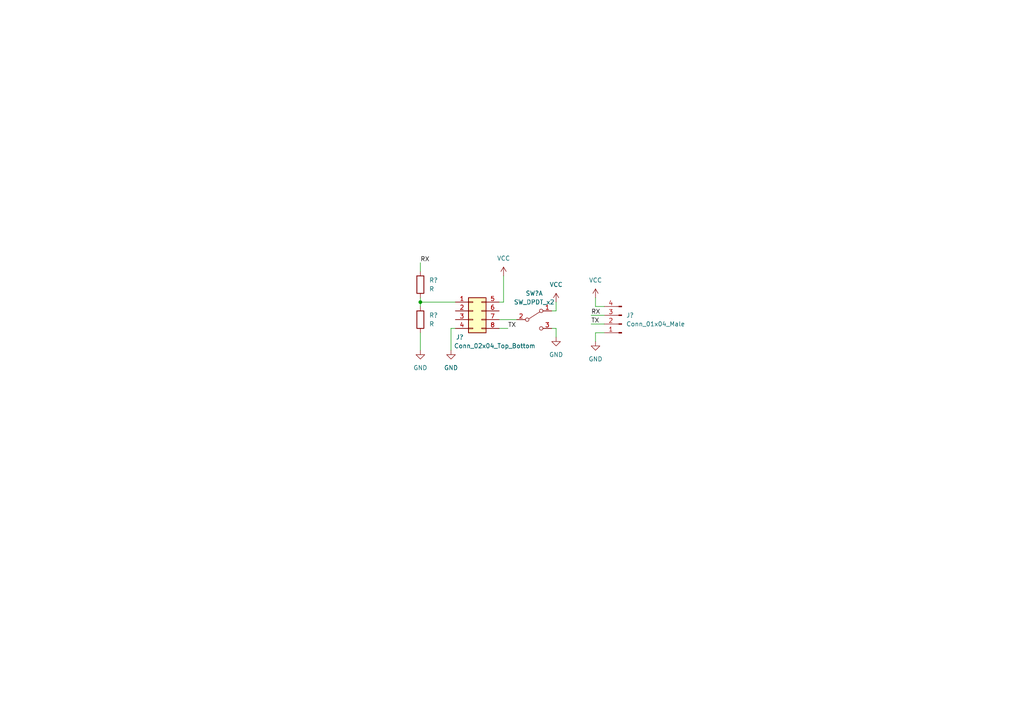
<source format=kicad_sch>
(kicad_sch (version 20211123) (generator eeschema)
  (paper "A4")
  (lib_symbols
    (symbol "Connector:Conn_01x04_Male" (pin_names (offset 1.016) hide)
      (property "Reference" "J" (at 0 5.08 0))
      (property "Value" "Conn_01x04_Male" (at 0 -7.62 0))
      (symbol "Conn_01x04_Male_1_1"
        (polyline (pts (xy 1.27 -5.08) (xy 0.8636 -5.08)) (stroke (width 0.1524)))
        (polyline (pts (xy 1.27 -2.54) (xy 0.8636 -2.54)) (stroke (width 0.1524)))
        (polyline (pts (xy 1.27 0) (xy 0.8636 0)) (stroke (width 0.1524)))
        (polyline (pts (xy 1.27 2.54) (xy 0.8636 2.54)) (stroke (width 0.1524)))
        (rectangle (start 0.8636 -4.953) (end 0 -5.207) (stroke (width 0.1524)) (fill (type outline)))
        (rectangle (start 0.8636 -2.413) (end 0 -2.667) (stroke (width 0.1524)) (fill (type outline)))
        (rectangle (start 0.8636 0.127) (end 0 -0.127) (stroke (width 0.1524)) (fill (type outline)))
        (rectangle (start 0.8636 2.667) (end 0 2.413) (stroke (width 0.1524)) (fill (type outline)))
        (pin passive line (at 5.08 2.54 180) (length 3.81) (name "Pin_1") (number "1"))
        (pin passive line (at 5.08 0 180) (length 3.81) (name "Pin_2") (number "2"))
        (pin passive line (at 5.08 -2.54 180) (length 3.81) (name "Pin_3") (number "3"))
        (pin passive line (at 5.08 -5.08 180) (length 3.81) (name "Pin_4") (number "4"))
      )
    )
    (symbol "Connector_Generic:Conn_02x04_Top_Bottom" (pin_names (offset 1.016) hide)
      (property "Reference" "J" (at 1.27 5.08 0))
      (property "Value" "Conn_02x04_Top_Bottom" (at 1.27 -7.62 0))
      (symbol "Conn_02x04_Top_Bottom_1_1"
        (rectangle (start -1.27 -4.953) (end 0 -5.207) (stroke (width 0.1524)))
        (rectangle (start -1.27 -2.413) (end 0 -2.667) (stroke (width 0.1524)))
        (rectangle (start -1.27 0.127) (end 0 -0.127) (stroke (width 0.1524)))
        (rectangle (start -1.27 2.667) (end 0 2.413) (stroke (width 0.1524)))
        (rectangle (start -1.27 3.81) (end 3.81 -6.35) (stroke (width 0.254)) (fill (type background)))
        (rectangle (start 3.81 -4.953) (end 2.54 -5.207) (stroke (width 0.1524)))
        (rectangle (start 3.81 -2.413) (end 2.54 -2.667) (stroke (width 0.1524)))
        (rectangle (start 3.81 0.127) (end 2.54 -0.127) (stroke (width 0.1524)))
        (rectangle (start 3.81 2.667) (end 2.54 2.413) (stroke (width 0.1524)))
        (pin passive line (at -5.08 2.54 0) (length 3.81) (name "Pin_1") (number "1"))
        (pin passive line (at -5.08 0 0) (length 3.81) (name "Pin_2") (number "2"))
        (pin passive line (at -5.08 -2.54 0) (length 3.81) (name "Pin_3") (number "3"))
        (pin passive line (at -5.08 -5.08 0) (length 3.81) (name "Pin_4") (number "4"))
        (pin passive line (at 7.62 2.54 180) (length 3.81) (name "Pin_5") (number "5"))
        (pin passive line (at 7.62 0 180) (length 3.81) (name "Pin_6") (number "6"))
        (pin passive line (at 7.62 -2.54 180) (length 3.81) (name "Pin_7") (number "7"))
        (pin passive line (at 7.62 -5.08 180) (length 3.81) (name "Pin_8") (number "8"))
      )
    )
    (symbol "Device:R" (pin_numbers hide) (pin_names (offset 0))
      (property "Reference" "R" (at 2.032 0 90))
      (property "Value" "R" (at 0 0 90))
      (symbol "R_0_1"
        (rectangle (start -1.016 -2.54) (end 1.016 2.54) (stroke (width 0.254)))
      )
      (symbol "R_1_1"
        (pin passive line (at 0 3.81 270) (length 1.27) (name "~") (number "1"))
        (pin passive line (at 0 -3.81 90) (length 1.27) (name "~") (number "2"))
      )
    )
    (symbol "Switch:SW_DPDT_x2" (pin_names (offset 0) hide)
      (property "Reference" "SW" (at 0 4.318 0))
      (property "Value" "SW_DPDT_x2" (at 0 -5.08 0))
      (symbol "SW_DPDT_x2_0_0"
        (circle (center -2.032 0) (radius 0.508))
        (circle (center 2.032 -2.54) (radius 0.508))
      )
      (symbol "SW_DPDT_x2_0_1"
        (polyline (pts (xy -1.524 0.254) (xy 1.651 2.286)))
        (circle (center 2.032 2.54) (radius 0.508))
      )
      (symbol "SW_DPDT_x2_1_1"
        (pin passive line (at 5.08 2.54 180) (length 2.54) (name "A") (number "1"))
        (pin passive line (at -5.08 0 0) (length 2.54) (name "B") (number "2"))
        (pin passive line (at 5.08 -2.54 180) (length 2.54) (name "C") (number "3"))
      )
      (symbol "SW_DPDT_x2_2_1"
        (pin passive line (at 5.08 2.54 180) (length 2.54) (name "A") (number "4"))
        (pin passive line (at -5.08 0 0) (length 2.54) (name "B") (number "5"))
        (pin passive line (at 5.08 -2.54 180) (length 2.54) (name "C") (number "6"))
      )
    )
    (symbol "power:GND" (power) (pin_names (offset 0))
      (property "Value" "GND" (at 0 -3.81 0))
      (symbol "GND_0_1"
        (polyline (pts (xy 0 0) (xy 0 -1.27) (xy 1.27 -1.27) (xy 0 -2.54) (xy -1.27 -1.27) (xy 0 -1.27)))
      )
      (symbol "GND_1_1"
        (pin power_in line (at 0 0 270) (length 0) hide (name "GND") (number "1"))
      )
    )
    (symbol "power:VCC" (power) (pin_names (offset 0))
      (property "Value" "VCC" (at 0 3.81 0))
      (symbol "VCC_0_1"
        (polyline (pts (xy -0.762 1.27) (xy 0 2.54)))
        (polyline (pts (xy 0 0) (xy 0 2.54)))
        (polyline (pts (xy 0 2.54) (xy 0.762 1.27)))
      )
      (symbol "VCC_1_1"
        (pin power_in line (at 0 0 90) (length 0) hide (name "VCC") (number "1"))
      )
    )
  )
  (junction (at 121.92 87.63))
  (wire (pts (xy 161.29 95.25) (xy 160.02 95.25)))
  (wire (pts (xy 130.81 95.25) (xy 132.08 95.25)))
  (wire (pts (xy 130.81 101.6) (xy 130.81 95.25)))
  (wire (pts (xy 161.29 87.63) (xy 161.29 90.17)))
  (wire (pts (xy 161.29 90.17) (xy 160.02 90.17)))
  (wire (pts (xy 121.92 87.63) (xy 121.92 88.9)))
  (wire (pts (xy 144.78 92.71) (xy 149.86 92.71)))
  (wire (pts (xy 121.92 96.52) (xy 121.92 101.6)))
  (wire (pts (xy 172.72 99.06) (xy 172.72 96.52)))
  (wire (pts (xy 171.45 91.44) (xy 175.26 91.44)))
  (wire (pts (xy 172.72 86.36) (xy 172.72 88.9)))
  (wire (pts (xy 121.92 76.2) (xy 121.92 78.74)))
  (wire (pts (xy 172.72 96.52) (xy 175.26 96.52)))
  (wire (pts (xy 121.92 86.36) (xy 121.92 87.63)))
  (wire (pts (xy 146.05 80.01) (xy 146.05 87.63)))
  (wire (pts (xy 146.05 87.63) (xy 144.78 87.63)))
  (wire (pts (xy 171.45 93.98) (xy 175.26 93.98)))
  (wire (pts (xy 144.78 95.25) (xy 147.32 95.25)))
  (wire (pts (xy 161.29 97.79) (xy 161.29 95.25)))
  (wire (pts (xy 172.72 88.9) (xy 175.26 88.9)))
  (wire (pts (xy 121.92 87.63) (xy 132.08 87.63)))
  (label "RX" (at 171.45 91.44 0))
  (label "TX" (at 147.32 95.25 0))
  (label "RX" (at 121.92 76.2 0))
  (label "TX" (at 171.45 93.98 0))
  (symbol (lib_id "power:GND") (at 121.92 101.6 0) (unit 1)
    (property "Reference" "#PWR?" (effects hide))
    (property "Value" "GND" (at 121.92 106.68 0))
  )
  (symbol (lib_id "power:VCC") (at 172.72 86.36 0) (unit 1)
    (property "Reference" "#PWR?" (effects hide))
    (property "Value" "VCC" (at 172.72 81.28 0))
  )
  (symbol (lib_id "power:VCC") (at 146.05 80.01 0) (unit 1)
    (property "Reference" "#PWR?" (effects hide))
    (property "Value" "VCC" (at 146.05 74.93 0))
  )
  (symbol (lib_id "power:VCC") (at 161.29 87.63 0) (unit 1)
    (property "Reference" "#PWR?" (effects hide))
    (property "Value" "VCC" (at 161.29 82.55 0))
  )
  (symbol (lib_id "power:GND") (at 172.72 99.06 0) (unit 1)
    (property "Reference" "#PWR?" (effects hide))
    (property "Value" "GND" (at 172.72 104.14 0))
  )
  (symbol (lib_id "Device:R") (at 121.92 82.55 0) (unit 1)
    (property "Reference" "R?" (at 124.46 81.2799 0) (effects (justify left)))
    (property "Value" "R" (at 124.46 83.8199 0) (effects (justify left)))
    (property "Footprint" "Resistor_THT:R_Axial_DIN0207_L6.3mm_D2.5mm_P10.16mm_Horizontal" (effects hide))
  )
  (symbol (lib_id "Connector_Generic:Conn_02x04_Top_Bottom") (at 137.16 90.17 0) (unit 1)
    (property "Reference" "J?" (at 133.35 97.79 0))
    (property "Value" "Conn_02x04_Top_Bottom" (at 143.51 100.33 0))
    (property "Footprint" "Connector_PinHeader_2.54mm:PinHeader_2x04_P2.54mm_Vertical" (effects hide))
  )
  (symbol (lib_id "power:GND") (at 161.29 97.79 0) (unit 1)
    (property "Reference" "#PWR?" (effects hide))
    (property "Value" "GND" (at 161.29 102.87 0))
  )
  (symbol (lib_id "Switch:SW_DPDT_x2") (at 154.94 92.71 0) (unit 1)
    (property "Reference" "SW?" (at 154.94 85.09 0))
    (property "Value" "SW_DPDT_x2" (at 154.94 87.63 0))
  )
  (symbol (lib_id "Device:R") (at 121.92 92.71 0) (unit 1)
    (property "Reference" "R?" (at 124.46 91.4399 0) (effects (justify left)))
    (property "Value" "R" (at 124.46 93.9799 0) (effects (justify left)))
    (property "Footprint" "Resistor_THT:R_Axial_DIN0207_L6.3mm_D2.5mm_P10.16mm_Horizontal" (effects hide))
  )
  (symbol (lib_id "power:GND") (at 130.81 101.6 0) (unit 1)
    (property "Reference" "#PWR?" (effects hide))
    (property "Value" "GND" (at 130.81 106.68 0))
  )
  (symbol (lib_id "Connector:Conn_01x04_Male") (at 180.34 93.98 180) (unit 1)
    (property "Reference" "J?" (at 181.61 91.4399 0) (effects (justify right)))
    (property "Value" "Conn_01x04_Male" (at 181.61 93.9799 0) (effects (justify right)))
    (property "Footprint" "Connector_PinHeader_2.54mm:PinHeader_1x04_P2.54mm_Vertical" (effects hide))
  )
)
</source>
